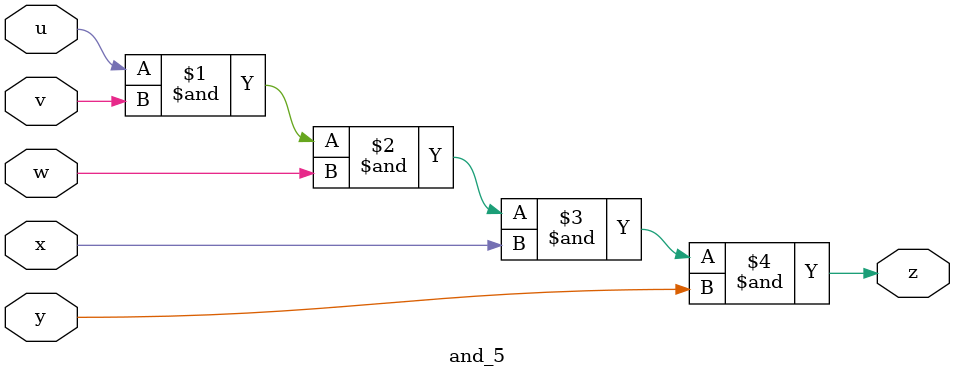
<source format=v>
module and_gate (x, y, z);
  input x;
  input y;
  output z;

  assign z = (x&y) ;


endmodule

module and_3 (w,x,y,z);
  input w;
  input x;
  input y;
  output z;

  assign z =  w & x & y;
endmodule

module and_4 (v,w,x,y,z);
  input v;
  input w;
  input x;
  input y;
  output z;

  assign z = v & w & x & y;
endmodule

module and_5 (u,v,w,x,y,z);
  input u;
  input v;
  input w;
  input x;
  input y;
  output z;
  assign z = u & v & w & x & y;
endmodule

</source>
